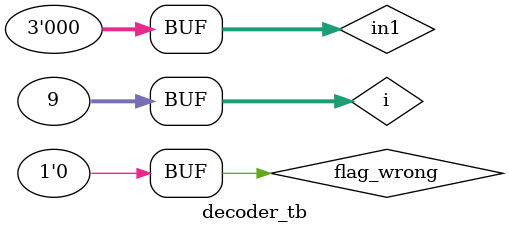
<source format=sv>
module decoder_tb ();
reg[2:0] in1;
reg  flag_wrong;

wire[7:0] out_wire;


decoder decoder_inst (
    in1,
    out_wire
    );


initial begin
$dumpfile("wave_test.vcd");
$dumpvars(0, in1);
$dumpvars(0, out_wire); 
$dumpvars(0, flag_wrong); 

flag_wrong = 0;
end

    integer i;
initial begin
    for (i = 0  ; i<=8;i=i+1 ) begin
        #1
        in1=i;
    end
// $finish;
end

endmodule 

</source>
